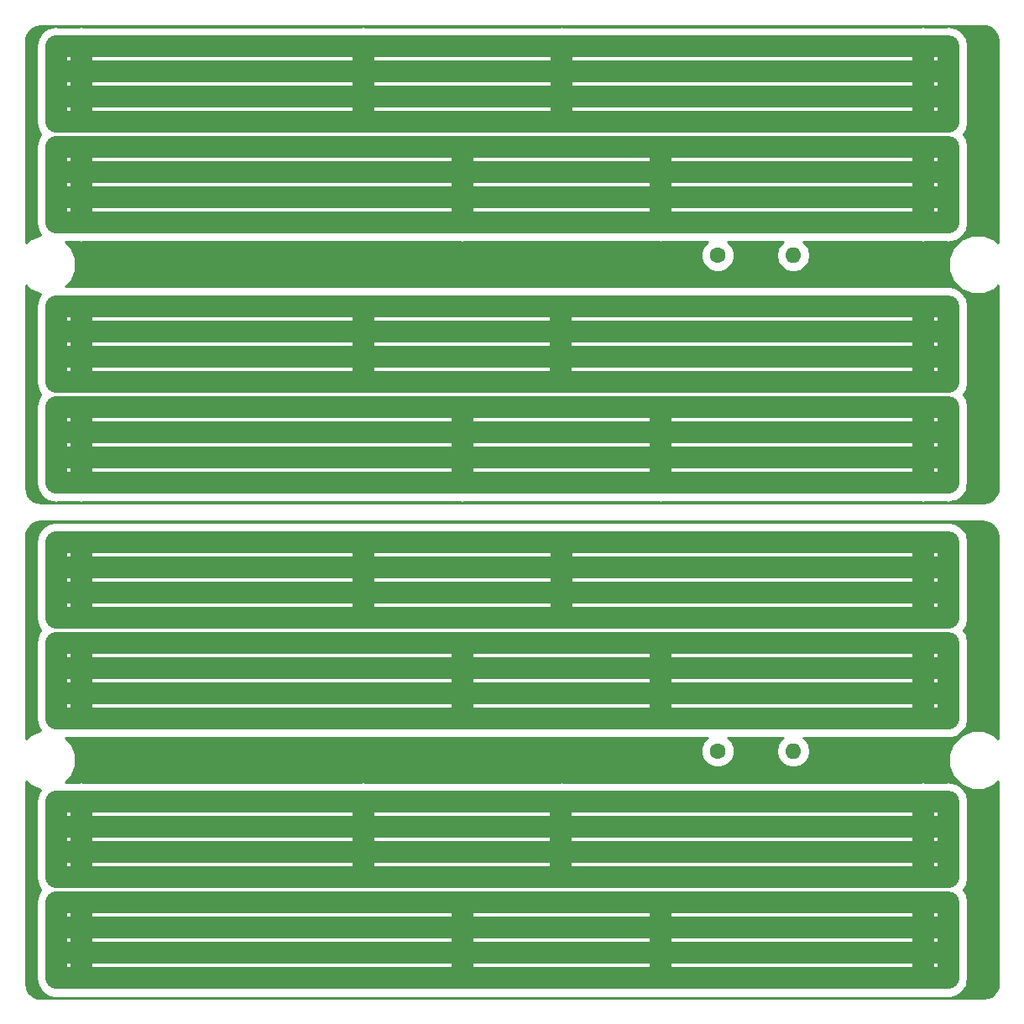
<source format=gbl>
G04 #@! TF.GenerationSoftware,KiCad,Pcbnew,(5.0.2)-1*
G04 #@! TF.CreationDate,2019-08-28T20:26:21+02:00*
G04 #@! TF.ProjectId,EleLab_v2_Bus100,456c654c-6162-45f7-9632-5f4275733130,rev?*
G04 #@! TF.SameCoordinates,Original*
G04 #@! TF.FileFunction,Copper,L2,Bot*
G04 #@! TF.FilePolarity,Positive*
%FSLAX46Y46*%
G04 Gerber Fmt 4.6, Leading zero omitted, Abs format (unit mm)*
G04 Created by KiCad (PCBNEW (5.0.2)-1) date 28/08/2019 20:26:21*
%MOMM*%
%LPD*%
G01*
G04 APERTURE LIST*
G04 #@! TA.AperFunction,ComponentPad*
%ADD10R,1.700000X1.700000*%
G04 #@! TD*
G04 #@! TA.AperFunction,ComponentPad*
%ADD11O,1.700000X1.700000*%
G04 #@! TD*
G04 #@! TA.AperFunction,ComponentPad*
%ADD12C,1.600000*%
G04 #@! TD*
G04 #@! TA.AperFunction,ComponentPad*
%ADD13O,1.600000X1.600000*%
G04 #@! TD*
G04 #@! TA.AperFunction,Conductor*
%ADD14C,2.200000*%
G04 #@! TD*
G04 #@! TA.AperFunction,NonConductor*
%ADD15C,0.254000*%
G04 #@! TD*
G04 APERTURE END LIST*
D10*
G04 #@! TO.P,J31,1*
G04 #@! TO.N,/GND*
X139000000Y-122460000D03*
G04 #@! TD*
G04 #@! TO.P,J34,1*
G04 #@! TO.N,/GND*
X159000000Y-119920000D03*
G04 #@! TD*
G04 #@! TO.P,J30,1*
G04 #@! TO.N,/GND*
X139000000Y-119920000D03*
G04 #@! TD*
G04 #@! TO.P,J32,1*
G04 #@! TO.N,/GND*
X139000000Y-125000000D03*
G04 #@! TD*
G04 #@! TO.P,J35,1*
G04 #@! TO.N,/GND*
X159000000Y-122460000D03*
G04 #@! TD*
G04 #@! TO.P,J33,1*
G04 #@! TO.N,/GND*
X159000000Y-117380000D03*
G04 #@! TD*
G04 #@! TO.P,J29,1*
G04 #@! TO.N,/GND*
X139000000Y-117380000D03*
G04 #@! TD*
G04 #@! TO.P,J36,1*
G04 #@! TO.N,/GND*
X159000000Y-125000000D03*
G04 #@! TD*
G04 #@! TO.P,J12,1*
G04 #@! TO.N,/+24V*
X149000000Y-88620000D03*
G04 #@! TD*
G04 #@! TO.P,J19,1*
G04 #@! TO.N,/+12V*
X159000000Y-96240000D03*
G04 #@! TD*
G04 #@! TO.P,J28,1*
G04 #@! TO.N,/+5V*
X149000000Y-114840000D03*
G04 #@! TD*
G04 #@! TO.P,J27,1*
G04 #@! TO.N,/+5V*
X149000000Y-112300000D03*
G04 #@! TD*
G04 #@! TO.P,J24,1*
G04 #@! TO.N,/+5V*
X129000000Y-114840000D03*
G04 #@! TD*
G04 #@! TO.P,J21,1*
G04 #@! TO.N,/+5V*
X129000000Y-107220000D03*
G04 #@! TD*
G04 #@! TO.P,J20,1*
G04 #@! TO.N,/+12V*
X159000000Y-98780000D03*
G04 #@! TD*
G04 #@! TO.P,J17,1*
G04 #@! TO.N,/+12V*
X159000000Y-91160000D03*
G04 #@! TD*
G04 #@! TO.P,J14,1*
G04 #@! TO.N,/+12V*
X139000000Y-93700000D03*
G04 #@! TD*
G04 #@! TO.P,J22,1*
G04 #@! TO.N,/+5V*
X129000000Y-109760000D03*
G04 #@! TD*
G04 #@! TO.P,J15,1*
G04 #@! TO.N,/+12V*
X139000000Y-96240000D03*
G04 #@! TD*
G04 #@! TO.P,J26,1*
G04 #@! TO.N,/+5V*
X149000000Y-109760000D03*
G04 #@! TD*
G04 #@! TO.P,J11,1*
G04 #@! TO.N,/+24V*
X149000000Y-86080000D03*
G04 #@! TD*
G04 #@! TO.P,J25,1*
G04 #@! TO.N,/+5V*
X149000000Y-107220000D03*
G04 #@! TD*
G04 #@! TO.P,J23,1*
G04 #@! TO.N,/+5V*
X129000000Y-112300000D03*
G04 #@! TD*
G04 #@! TO.P,J13,1*
G04 #@! TO.N,/+12V*
X139000000Y-91160000D03*
G04 #@! TD*
G04 #@! TO.P,J18,1*
G04 #@! TO.N,/+12V*
X159000000Y-93700000D03*
G04 #@! TD*
G04 #@! TO.P,J16,1*
G04 #@! TO.N,/+12V*
X139000000Y-98780000D03*
G04 #@! TD*
G04 #@! TO.P,J2,1*
G04 #@! TO.N,/GND*
X100540000Y-125000000D03*
D11*
G04 #@! TO.P,J2,2*
X98000000Y-125000000D03*
G04 #@! TO.P,J2,3*
X100540000Y-122460000D03*
G04 #@! TO.P,J2,4*
X98000000Y-122460000D03*
G04 #@! TO.P,J2,5*
X100540000Y-119920000D03*
G04 #@! TO.P,J2,6*
X98000000Y-119920000D03*
G04 #@! TO.P,J2,7*
X100540000Y-117380000D03*
G04 #@! TO.P,J2,8*
X98000000Y-117380000D03*
G04 #@! TO.P,J2,9*
G04 #@! TO.N,/+5V*
X100540000Y-114840000D03*
G04 #@! TO.P,J2,10*
X98000000Y-114840000D03*
G04 #@! TO.P,J2,11*
X100540000Y-112300000D03*
G04 #@! TO.P,J2,12*
X98000000Y-112300000D03*
G04 #@! TO.P,J2,13*
X100540000Y-109760000D03*
G04 #@! TO.P,J2,14*
X98000000Y-109760000D03*
G04 #@! TO.P,J2,15*
X100540000Y-107220000D03*
G04 #@! TO.P,J2,16*
X98000000Y-107220000D03*
G04 #@! TD*
G04 #@! TO.P,J3,16*
G04 #@! TO.N,/+24V*
X188000000Y-81000000D03*
G04 #@! TO.P,J3,15*
X185460000Y-81000000D03*
G04 #@! TO.P,J3,14*
X188000000Y-83540000D03*
G04 #@! TO.P,J3,13*
X185460000Y-83540000D03*
G04 #@! TO.P,J3,12*
X188000000Y-86080000D03*
G04 #@! TO.P,J3,11*
X185460000Y-86080000D03*
G04 #@! TO.P,J3,10*
X188000000Y-88620000D03*
G04 #@! TO.P,J3,9*
X185460000Y-88620000D03*
G04 #@! TO.P,J3,8*
G04 #@! TO.N,/+12V*
X188000000Y-91160000D03*
G04 #@! TO.P,J3,7*
X185460000Y-91160000D03*
G04 #@! TO.P,J3,6*
X188000000Y-93700000D03*
G04 #@! TO.P,J3,5*
X185460000Y-93700000D03*
G04 #@! TO.P,J3,4*
X188000000Y-96240000D03*
G04 #@! TO.P,J3,3*
X185460000Y-96240000D03*
G04 #@! TO.P,J3,2*
X188000000Y-98780000D03*
D10*
G04 #@! TO.P,J3,1*
X185460000Y-98780000D03*
G04 #@! TD*
G04 #@! TO.P,J5,1*
G04 #@! TO.N,/+24V*
X129000000Y-81000000D03*
G04 #@! TD*
D12*
G04 #@! TO.P,LO_1,2*
G04 #@! TO.N,N/C*
X164764600Y-102084800D03*
D13*
G04 #@! TO.P,LO_1,1*
X172384600Y-102084800D03*
G04 #@! TD*
D10*
G04 #@! TO.P,J1,1*
G04 #@! TO.N,/+12V*
X100540000Y-98780000D03*
D11*
G04 #@! TO.P,J1,2*
X98000000Y-98780000D03*
G04 #@! TO.P,J1,3*
X100540000Y-96240000D03*
G04 #@! TO.P,J1,4*
X98000000Y-96240000D03*
G04 #@! TO.P,J1,5*
X100540000Y-93700000D03*
G04 #@! TO.P,J1,6*
X98000000Y-93700000D03*
G04 #@! TO.P,J1,7*
X100540000Y-91160000D03*
G04 #@! TO.P,J1,8*
X98000000Y-91160000D03*
G04 #@! TO.P,J1,9*
G04 #@! TO.N,/+24V*
X100540000Y-88620000D03*
G04 #@! TO.P,J1,10*
X98000000Y-88620000D03*
G04 #@! TO.P,J1,11*
X100540000Y-86080000D03*
G04 #@! TO.P,J1,12*
X98000000Y-86080000D03*
G04 #@! TO.P,J1,13*
X100540000Y-83540000D03*
G04 #@! TO.P,J1,14*
X98000000Y-83540000D03*
G04 #@! TO.P,J1,15*
X100540000Y-81000000D03*
G04 #@! TO.P,J1,16*
X98000000Y-81000000D03*
G04 #@! TD*
G04 #@! TO.P,J4,16*
G04 #@! TO.N,/+5V*
X188000000Y-107220000D03*
G04 #@! TO.P,J4,15*
X185460000Y-107220000D03*
G04 #@! TO.P,J4,14*
X188000000Y-109760000D03*
G04 #@! TO.P,J4,13*
X185460000Y-109760000D03*
G04 #@! TO.P,J4,12*
X188000000Y-112300000D03*
G04 #@! TO.P,J4,11*
X185460000Y-112300000D03*
G04 #@! TO.P,J4,10*
X188000000Y-114840000D03*
G04 #@! TO.P,J4,9*
X185460000Y-114840000D03*
G04 #@! TO.P,J4,8*
G04 #@! TO.N,/GND*
X188000000Y-117380000D03*
G04 #@! TO.P,J4,7*
X185460000Y-117380000D03*
G04 #@! TO.P,J4,6*
X188000000Y-119920000D03*
G04 #@! TO.P,J4,5*
X185460000Y-119920000D03*
G04 #@! TO.P,J4,4*
X188000000Y-122460000D03*
G04 #@! TO.P,J4,3*
X185460000Y-122460000D03*
G04 #@! TO.P,J4,2*
X188000000Y-125000000D03*
D10*
G04 #@! TO.P,J4,1*
X185460000Y-125000000D03*
G04 #@! TD*
G04 #@! TO.P,J10,1*
G04 #@! TO.N,/+24V*
X149000000Y-83540000D03*
G04 #@! TD*
G04 #@! TO.P,J9,1*
G04 #@! TO.N,/+24V*
X149000000Y-81000000D03*
G04 #@! TD*
G04 #@! TO.P,J8,1*
G04 #@! TO.N,/+24V*
X129000000Y-88620000D03*
G04 #@! TD*
G04 #@! TO.P,J7,1*
G04 #@! TO.N,/+24V*
X129000000Y-86080000D03*
G04 #@! TD*
G04 #@! TO.P,J6,1*
G04 #@! TO.N,/+24V*
X129000000Y-83540000D03*
G04 #@! TD*
G04 #@! TO.P,J3,1*
G04 #@! TO.N,/+12V*
X185460000Y-48780000D03*
D11*
G04 #@! TO.P,J3,2*
X188000000Y-48780000D03*
G04 #@! TO.P,J3,3*
X185460000Y-46240000D03*
G04 #@! TO.P,J3,4*
X188000000Y-46240000D03*
G04 #@! TO.P,J3,5*
X185460000Y-43700000D03*
G04 #@! TO.P,J3,6*
X188000000Y-43700000D03*
G04 #@! TO.P,J3,7*
X185460000Y-41160000D03*
G04 #@! TO.P,J3,8*
X188000000Y-41160000D03*
G04 #@! TO.P,J3,9*
G04 #@! TO.N,/+24V*
X185460000Y-38620000D03*
G04 #@! TO.P,J3,10*
X188000000Y-38620000D03*
G04 #@! TO.P,J3,11*
X185460000Y-36080000D03*
G04 #@! TO.P,J3,12*
X188000000Y-36080000D03*
G04 #@! TO.P,J3,13*
X185460000Y-33540000D03*
G04 #@! TO.P,J3,14*
X188000000Y-33540000D03*
G04 #@! TO.P,J3,15*
X185460000Y-31000000D03*
G04 #@! TO.P,J3,16*
X188000000Y-31000000D03*
G04 #@! TD*
D10*
G04 #@! TO.P,J4,1*
G04 #@! TO.N,/GND*
X185460000Y-75000000D03*
D11*
G04 #@! TO.P,J4,2*
X188000000Y-75000000D03*
G04 #@! TO.P,J4,3*
X185460000Y-72460000D03*
G04 #@! TO.P,J4,4*
X188000000Y-72460000D03*
G04 #@! TO.P,J4,5*
X185460000Y-69920000D03*
G04 #@! TO.P,J4,6*
X188000000Y-69920000D03*
G04 #@! TO.P,J4,7*
X185460000Y-67380000D03*
G04 #@! TO.P,J4,8*
X188000000Y-67380000D03*
G04 #@! TO.P,J4,9*
G04 #@! TO.N,/+5V*
X185460000Y-64840000D03*
G04 #@! TO.P,J4,10*
X188000000Y-64840000D03*
G04 #@! TO.P,J4,11*
X185460000Y-62300000D03*
G04 #@! TO.P,J4,12*
X188000000Y-62300000D03*
G04 #@! TO.P,J4,13*
X185460000Y-59760000D03*
G04 #@! TO.P,J4,14*
X188000000Y-59760000D03*
G04 #@! TO.P,J4,15*
X185460000Y-57220000D03*
G04 #@! TO.P,J4,16*
X188000000Y-57220000D03*
G04 #@! TD*
G04 #@! TO.P,J1,16*
G04 #@! TO.N,/+24V*
X98000000Y-31000000D03*
G04 #@! TO.P,J1,15*
X100540000Y-31000000D03*
G04 #@! TO.P,J1,14*
X98000000Y-33540000D03*
G04 #@! TO.P,J1,13*
X100540000Y-33540000D03*
G04 #@! TO.P,J1,12*
X98000000Y-36080000D03*
G04 #@! TO.P,J1,11*
X100540000Y-36080000D03*
G04 #@! TO.P,J1,10*
X98000000Y-38620000D03*
G04 #@! TO.P,J1,9*
X100540000Y-38620000D03*
G04 #@! TO.P,J1,8*
G04 #@! TO.N,/+12V*
X98000000Y-41160000D03*
G04 #@! TO.P,J1,7*
X100540000Y-41160000D03*
G04 #@! TO.P,J1,6*
X98000000Y-43700000D03*
G04 #@! TO.P,J1,5*
X100540000Y-43700000D03*
G04 #@! TO.P,J1,4*
X98000000Y-46240000D03*
G04 #@! TO.P,J1,3*
X100540000Y-46240000D03*
G04 #@! TO.P,J1,2*
X98000000Y-48780000D03*
D10*
G04 #@! TO.P,J1,1*
X100540000Y-48780000D03*
G04 #@! TD*
D11*
G04 #@! TO.P,J2,16*
G04 #@! TO.N,/+5V*
X98000000Y-57220000D03*
G04 #@! TO.P,J2,15*
X100540000Y-57220000D03*
G04 #@! TO.P,J2,14*
X98000000Y-59760000D03*
G04 #@! TO.P,J2,13*
X100540000Y-59760000D03*
G04 #@! TO.P,J2,12*
X98000000Y-62300000D03*
G04 #@! TO.P,J2,11*
X100540000Y-62300000D03*
G04 #@! TO.P,J2,10*
X98000000Y-64840000D03*
G04 #@! TO.P,J2,9*
X100540000Y-64840000D03*
G04 #@! TO.P,J2,8*
G04 #@! TO.N,/GND*
X98000000Y-67380000D03*
G04 #@! TO.P,J2,7*
X100540000Y-67380000D03*
G04 #@! TO.P,J2,6*
X98000000Y-69920000D03*
G04 #@! TO.P,J2,5*
X100540000Y-69920000D03*
G04 #@! TO.P,J2,4*
X98000000Y-72460000D03*
G04 #@! TO.P,J2,3*
X100540000Y-72460000D03*
G04 #@! TO.P,J2,2*
X98000000Y-75000000D03*
D10*
G04 #@! TO.P,J2,1*
X100540000Y-75000000D03*
G04 #@! TD*
D13*
G04 #@! TO.P,LO_1,1*
G04 #@! TO.N,N/C*
X172384600Y-52084800D03*
D12*
G04 #@! TO.P,LO_1,2*
X164764600Y-52084800D03*
G04 #@! TD*
D10*
G04 #@! TO.P,J5,1*
G04 #@! TO.N,/+24V*
X129000000Y-31000000D03*
G04 #@! TD*
G04 #@! TO.P,J6,1*
G04 #@! TO.N,/+24V*
X129000000Y-33540000D03*
G04 #@! TD*
G04 #@! TO.P,J7,1*
G04 #@! TO.N,/+24V*
X129000000Y-36080000D03*
G04 #@! TD*
G04 #@! TO.P,J8,1*
G04 #@! TO.N,/+24V*
X129000000Y-38620000D03*
G04 #@! TD*
G04 #@! TO.P,J9,1*
G04 #@! TO.N,/+24V*
X149000000Y-31000000D03*
G04 #@! TD*
G04 #@! TO.P,J10,1*
G04 #@! TO.N,/+24V*
X149000000Y-33540000D03*
G04 #@! TD*
G04 #@! TO.P,J11,1*
G04 #@! TO.N,/+24V*
X149000000Y-36080000D03*
G04 #@! TD*
G04 #@! TO.P,J12,1*
G04 #@! TO.N,/+24V*
X149000000Y-38620000D03*
G04 #@! TD*
G04 #@! TO.P,J13,1*
G04 #@! TO.N,/+12V*
X139000000Y-41160000D03*
G04 #@! TD*
G04 #@! TO.P,J14,1*
G04 #@! TO.N,/+12V*
X139000000Y-43700000D03*
G04 #@! TD*
G04 #@! TO.P,J15,1*
G04 #@! TO.N,/+12V*
X139000000Y-46240000D03*
G04 #@! TD*
G04 #@! TO.P,J16,1*
G04 #@! TO.N,/+12V*
X139000000Y-48780000D03*
G04 #@! TD*
G04 #@! TO.P,J17,1*
G04 #@! TO.N,/+12V*
X159000000Y-41160000D03*
G04 #@! TD*
G04 #@! TO.P,J18,1*
G04 #@! TO.N,/+12V*
X159000000Y-43700000D03*
G04 #@! TD*
G04 #@! TO.P,J19,1*
G04 #@! TO.N,/+12V*
X159000000Y-46240000D03*
G04 #@! TD*
G04 #@! TO.P,J20,1*
G04 #@! TO.N,/+12V*
X159000000Y-48780000D03*
G04 #@! TD*
G04 #@! TO.P,J21,1*
G04 #@! TO.N,/+5V*
X129000000Y-57220000D03*
G04 #@! TD*
G04 #@! TO.P,J22,1*
G04 #@! TO.N,/+5V*
X129000000Y-59760000D03*
G04 #@! TD*
G04 #@! TO.P,J23,1*
G04 #@! TO.N,/+5V*
X129000000Y-62300000D03*
G04 #@! TD*
G04 #@! TO.P,J24,1*
G04 #@! TO.N,/+5V*
X129000000Y-64840000D03*
G04 #@! TD*
G04 #@! TO.P,J25,1*
G04 #@! TO.N,/+5V*
X149000000Y-57220000D03*
G04 #@! TD*
G04 #@! TO.P,J26,1*
G04 #@! TO.N,/+5V*
X149000000Y-59760000D03*
G04 #@! TD*
G04 #@! TO.P,J27,1*
G04 #@! TO.N,/+5V*
X149000000Y-62300000D03*
G04 #@! TD*
G04 #@! TO.P,J28,1*
G04 #@! TO.N,/+5V*
X149000000Y-64840000D03*
G04 #@! TD*
G04 #@! TO.P,J29,1*
G04 #@! TO.N,/GND*
X139000000Y-67380000D03*
G04 #@! TD*
G04 #@! TO.P,J30,1*
G04 #@! TO.N,/GND*
X139000000Y-69920000D03*
G04 #@! TD*
G04 #@! TO.P,J31,1*
G04 #@! TO.N,/GND*
X139000000Y-72460000D03*
G04 #@! TD*
G04 #@! TO.P,J32,1*
G04 #@! TO.N,/GND*
X139000000Y-75000000D03*
G04 #@! TD*
G04 #@! TO.P,J33,1*
G04 #@! TO.N,/GND*
X159000000Y-67380000D03*
G04 #@! TD*
G04 #@! TO.P,J34,1*
G04 #@! TO.N,/GND*
X159000000Y-69920000D03*
G04 #@! TD*
G04 #@! TO.P,J35,1*
G04 #@! TO.N,/GND*
X159000000Y-72460000D03*
G04 #@! TD*
G04 #@! TO.P,J36,1*
G04 #@! TO.N,/GND*
X159000000Y-75000000D03*
G04 #@! TD*
D14*
G04 #@! TO.N,/+24V*
X98000000Y-31000000D02*
X98000000Y-38620000D01*
X100540000Y-38620000D02*
X100540000Y-31000000D01*
X129000000Y-38620000D02*
X129000000Y-31000000D01*
X149000000Y-31000000D02*
X149000000Y-38620000D01*
X188000000Y-38620000D02*
X188000000Y-31000000D01*
X185460000Y-31000000D02*
X185460000Y-38620000D01*
X98000000Y-38620000D02*
X188000000Y-38620000D01*
X188000000Y-36080000D02*
X98000000Y-36080000D01*
X98000000Y-33540000D02*
X188000000Y-33540000D01*
X188000000Y-31000000D02*
X98000000Y-31000000D01*
X185460000Y-81000000D02*
X185460000Y-88620000D01*
X188000000Y-86080000D02*
X98000000Y-86080000D01*
X188000000Y-88620000D02*
X188000000Y-81000000D01*
X98000000Y-83540000D02*
X188000000Y-83540000D01*
X98000000Y-88620000D02*
X188000000Y-88620000D01*
X129000000Y-88620000D02*
X129000000Y-81000000D01*
X149000000Y-81000000D02*
X149000000Y-88620000D01*
X100540000Y-88620000D02*
X100540000Y-81000000D01*
X188000000Y-81000000D02*
X98000000Y-81000000D01*
X98000000Y-81000000D02*
X98000000Y-88620000D01*
G04 #@! TO.N,/+12V*
X100540000Y-41160000D02*
X100540000Y-48780000D01*
X98000000Y-48780000D02*
X98000000Y-41160000D01*
X139000000Y-41160000D02*
X139000000Y-48780000D01*
X159000000Y-41160000D02*
X159000000Y-48780000D01*
X185460000Y-48780000D02*
X185460000Y-41160000D01*
X188000000Y-41160000D02*
X188000000Y-48780000D01*
X98000000Y-48780000D02*
X188000000Y-48780000D01*
X100540000Y-46240000D02*
X98000000Y-46240000D01*
X188000000Y-46240000D02*
X100540000Y-46240000D01*
X98000000Y-43700000D02*
X188000000Y-43700000D01*
X188000000Y-41160000D02*
X98000000Y-41160000D01*
X98000000Y-98780000D02*
X98000000Y-91160000D01*
X185460000Y-98780000D02*
X185460000Y-91160000D01*
X98000000Y-98780000D02*
X188000000Y-98780000D01*
X188000000Y-91160000D02*
X188000000Y-98780000D01*
X188000000Y-96240000D02*
X100540000Y-96240000D01*
X98000000Y-93700000D02*
X188000000Y-93700000D01*
X159000000Y-91160000D02*
X159000000Y-98780000D01*
X100540000Y-96240000D02*
X98000000Y-96240000D01*
X188000000Y-91160000D02*
X98000000Y-91160000D01*
X100540000Y-91160000D02*
X100540000Y-98780000D01*
X139000000Y-91160000D02*
X139000000Y-98780000D01*
G04 #@! TO.N,/GND*
X188000000Y-67380000D02*
X188000000Y-75000000D01*
X185460000Y-75000000D02*
X185460000Y-67380000D01*
X159000000Y-67380000D02*
X159000000Y-75000000D01*
X139000000Y-75000000D02*
X139000000Y-67380000D01*
X98000000Y-67380000D02*
X98000000Y-75000000D01*
X100540000Y-75000000D02*
X100540000Y-67380000D01*
X98000000Y-75000000D02*
X188000000Y-75000000D01*
X188000000Y-72460000D02*
X98000000Y-72460000D01*
X185460000Y-69920000D02*
X188000000Y-69920000D01*
X98000000Y-69920000D02*
X185460000Y-69920000D01*
X188000000Y-67380000D02*
X98000000Y-67380000D01*
X188000000Y-117380000D02*
X188000000Y-125000000D01*
X185460000Y-125000000D02*
X185460000Y-117380000D01*
X100540000Y-125000000D02*
X100540000Y-117380000D01*
X98000000Y-117380000D02*
X98000000Y-125000000D01*
X185460000Y-119920000D02*
X188000000Y-119920000D01*
X188000000Y-117380000D02*
X98000000Y-117380000D01*
X139000000Y-125000000D02*
X139000000Y-117380000D01*
X159000000Y-117380000D02*
X159000000Y-125000000D01*
X98000000Y-125000000D02*
X188000000Y-125000000D01*
X188000000Y-122460000D02*
X98000000Y-122460000D01*
X98000000Y-119920000D02*
X185460000Y-119920000D01*
G04 #@! TO.N,/+5V*
X188000000Y-57220000D02*
X188000000Y-64840000D01*
X185460000Y-64840000D02*
X185460000Y-57220000D01*
X148940000Y-57280000D02*
X149000000Y-57220000D01*
X148940000Y-64840000D02*
X148940000Y-57280000D01*
X129000000Y-57220000D02*
X129000000Y-64840000D01*
X100540000Y-64840000D02*
X100540000Y-57220000D01*
X98000000Y-64840000D02*
X98000000Y-57220000D01*
X98000000Y-64840000D02*
X188000000Y-64840000D01*
X100540000Y-62300000D02*
X98000000Y-62300000D01*
X188000000Y-62300000D02*
X100540000Y-62300000D01*
X98000000Y-59760000D02*
X188000000Y-59760000D01*
X103080000Y-57220000D02*
X98000000Y-57220000D01*
X188000000Y-57220000D02*
X103080000Y-57220000D01*
X100540000Y-112300000D02*
X98000000Y-112300000D01*
X98000000Y-114840000D02*
X98000000Y-107220000D01*
X98000000Y-114840000D02*
X188000000Y-114840000D01*
X188000000Y-112300000D02*
X100540000Y-112300000D01*
X188000000Y-107220000D02*
X103080000Y-107220000D01*
X188000000Y-107220000D02*
X188000000Y-114840000D01*
X129000000Y-107220000D02*
X129000000Y-114840000D01*
X103080000Y-107220000D02*
X98000000Y-107220000D01*
X98000000Y-109760000D02*
X188000000Y-109760000D01*
X148940000Y-107280000D02*
X149000000Y-107220000D01*
X185460000Y-114840000D02*
X185460000Y-107220000D01*
X100540000Y-114840000D02*
X100540000Y-107220000D01*
X148940000Y-114840000D02*
X148940000Y-107280000D01*
G04 #@! TD*
D15*
G36*
X191883090Y-29007962D02*
X192242110Y-29150108D01*
X192554499Y-29377071D01*
X192800630Y-29674593D01*
X192965040Y-30023982D01*
X193045890Y-30447814D01*
X193048000Y-30514946D01*
X193048000Y-50837886D01*
X192686335Y-50476221D01*
X191592162Y-50023000D01*
X190407838Y-50023000D01*
X189313665Y-50476221D01*
X188476221Y-51313665D01*
X188023000Y-52407838D01*
X188023000Y-53592162D01*
X188476221Y-54686335D01*
X189313665Y-55523779D01*
X190407838Y-55977000D01*
X191592162Y-55977000D01*
X192686335Y-55523779D01*
X193048001Y-55162113D01*
X193048001Y-75440099D01*
X192992038Y-75883090D01*
X192849893Y-76242109D01*
X192622930Y-76554497D01*
X192325407Y-76800630D01*
X191976018Y-76965040D01*
X191552186Y-77045890D01*
X191485054Y-77048000D01*
X96559893Y-77048000D01*
X96116910Y-76992038D01*
X95757891Y-76849893D01*
X95445503Y-76622930D01*
X95199370Y-76325407D01*
X95034960Y-75976018D01*
X94954110Y-75552186D01*
X94952000Y-75485054D01*
X94952000Y-55162114D01*
X95313665Y-55523779D01*
X96407838Y-55977000D01*
X96452829Y-55977000D01*
X96137707Y-56448613D01*
X95984269Y-57220000D01*
X96023001Y-57414719D01*
X96023001Y-59565282D01*
X95984269Y-59760000D01*
X96023001Y-59954718D01*
X96023000Y-62105284D01*
X95984269Y-62300000D01*
X96023000Y-62494716D01*
X96023000Y-64645285D01*
X95984269Y-64840000D01*
X96137707Y-65611387D01*
X96470870Y-66110000D01*
X96137707Y-66608613D01*
X95984269Y-67380000D01*
X96023000Y-67574715D01*
X96023000Y-69725284D01*
X95984269Y-69920000D01*
X96023000Y-70114716D01*
X96023001Y-72265282D01*
X95984269Y-72460000D01*
X96023001Y-72654718D01*
X96023001Y-74805281D01*
X95984269Y-75000000D01*
X96137707Y-75771387D01*
X96574663Y-76425337D01*
X97228613Y-76862293D01*
X97805286Y-76977000D01*
X98000000Y-77015731D01*
X98194714Y-76977000D01*
X100345286Y-76977000D01*
X100540000Y-77015731D01*
X100734714Y-76977000D01*
X138805286Y-76977000D01*
X139000000Y-77015731D01*
X139194714Y-76977000D01*
X158805286Y-76977000D01*
X159000000Y-77015731D01*
X159194714Y-76977000D01*
X185265286Y-76977000D01*
X185460000Y-77015731D01*
X185654714Y-76977000D01*
X187805286Y-76977000D01*
X188000000Y-77015731D01*
X188194714Y-76977000D01*
X188478343Y-76920583D01*
X188771387Y-76862293D01*
X189425337Y-76425337D01*
X189862293Y-75771387D01*
X189938514Y-75388196D01*
X190015731Y-75000000D01*
X189977000Y-74805286D01*
X189977000Y-72654714D01*
X190015731Y-72460000D01*
X189977000Y-72265286D01*
X189977000Y-70114714D01*
X190015731Y-69920000D01*
X189977000Y-69725286D01*
X189977000Y-67574714D01*
X190015731Y-67380000D01*
X189862293Y-66608613D01*
X189529130Y-66110000D01*
X189862293Y-65611387D01*
X190015731Y-64840000D01*
X189977000Y-64645286D01*
X189977000Y-62494714D01*
X190015731Y-62300000D01*
X189977000Y-62105286D01*
X189977000Y-59954714D01*
X190015731Y-59760000D01*
X189977000Y-59565286D01*
X189977000Y-57414714D01*
X190015731Y-57220000D01*
X189862293Y-56448613D01*
X189425337Y-55794663D01*
X188771387Y-55357707D01*
X188194714Y-55243000D01*
X188000000Y-55204269D01*
X187805286Y-55243000D01*
X185654714Y-55243000D01*
X185460000Y-55204269D01*
X185265286Y-55243000D01*
X149194714Y-55243000D01*
X149000000Y-55204269D01*
X148805286Y-55243000D01*
X129194714Y-55243000D01*
X129000000Y-55204269D01*
X128805286Y-55243000D01*
X100734714Y-55243000D01*
X100540000Y-55204269D01*
X100345286Y-55243000D01*
X98967114Y-55243000D01*
X99523779Y-54686335D01*
X99977000Y-53592162D01*
X99977000Y-52407838D01*
X99523779Y-51313665D01*
X98967114Y-50757000D01*
X100345286Y-50757000D01*
X100540000Y-50795731D01*
X100734714Y-50757000D01*
X138805286Y-50757000D01*
X139000000Y-50795731D01*
X139194714Y-50757000D01*
X158805286Y-50757000D01*
X159000000Y-50795731D01*
X159194714Y-50757000D01*
X163720764Y-50757000D01*
X163342908Y-51134856D01*
X163087600Y-51751224D01*
X163087600Y-52418376D01*
X163342908Y-53034744D01*
X163814656Y-53506492D01*
X164431024Y-53761800D01*
X165098176Y-53761800D01*
X165714544Y-53506492D01*
X166186292Y-53034744D01*
X166441600Y-52418376D01*
X166441600Y-51751224D01*
X166186292Y-51134856D01*
X165808436Y-50757000D01*
X171353274Y-50757000D01*
X171175551Y-50875751D01*
X170804901Y-51430467D01*
X170674746Y-52084800D01*
X170804901Y-52739133D01*
X171175551Y-53293849D01*
X171730267Y-53664499D01*
X172219432Y-53761800D01*
X172549768Y-53761800D01*
X173038933Y-53664499D01*
X173593649Y-53293849D01*
X173964299Y-52739133D01*
X174094454Y-52084800D01*
X173964299Y-51430467D01*
X173593649Y-50875751D01*
X173415926Y-50757000D01*
X185265286Y-50757000D01*
X185460000Y-50795731D01*
X185654714Y-50757000D01*
X187805286Y-50757000D01*
X188000000Y-50795731D01*
X188194714Y-50757000D01*
X188771387Y-50642293D01*
X189425337Y-50205337D01*
X189862293Y-49551387D01*
X190015731Y-48780000D01*
X189977000Y-48585286D01*
X189977000Y-46434714D01*
X190015731Y-46240000D01*
X189977000Y-46045286D01*
X189977000Y-43894714D01*
X190015731Y-43700000D01*
X189977000Y-43505286D01*
X189977000Y-41354714D01*
X190015731Y-41160000D01*
X189862293Y-40388613D01*
X189529130Y-39890000D01*
X189862293Y-39391387D01*
X190015731Y-38620000D01*
X189977000Y-38425286D01*
X189977000Y-36274714D01*
X190015731Y-36080000D01*
X189977000Y-35885286D01*
X189977000Y-33734714D01*
X190015731Y-33540000D01*
X189977000Y-33345286D01*
X189977000Y-31194714D01*
X190015731Y-31000000D01*
X189862293Y-30228613D01*
X189425337Y-29574663D01*
X188771387Y-29137707D01*
X188685535Y-29120630D01*
X188000000Y-28984269D01*
X187805286Y-29023000D01*
X185654714Y-29023000D01*
X185460000Y-28984269D01*
X185265286Y-29023000D01*
X149194714Y-29023000D01*
X149000000Y-28984269D01*
X148805286Y-29023000D01*
X129194714Y-29023000D01*
X129000000Y-28984269D01*
X128805286Y-29023000D01*
X100734714Y-29023000D01*
X100540000Y-28984269D01*
X100345286Y-29023000D01*
X98194714Y-29023000D01*
X98000000Y-28984269D01*
X97314465Y-29120630D01*
X97228613Y-29137707D01*
X96574663Y-29574663D01*
X96137707Y-30228613D01*
X95984269Y-31000000D01*
X96023000Y-31194715D01*
X96023000Y-33345284D01*
X95984269Y-33540000D01*
X96023000Y-33734716D01*
X96023001Y-35885282D01*
X95984269Y-36080000D01*
X96023001Y-36274718D01*
X96023001Y-38425281D01*
X95984269Y-38620000D01*
X96137707Y-39391387D01*
X96470870Y-39890000D01*
X96137707Y-40388613D01*
X95984269Y-41160000D01*
X96023001Y-41354719D01*
X96023001Y-43505282D01*
X95984269Y-43700000D01*
X96023001Y-43894718D01*
X96023000Y-46045284D01*
X95984269Y-46240000D01*
X96023000Y-46434716D01*
X96023000Y-48585285D01*
X95984269Y-48780000D01*
X96137707Y-49551387D01*
X96452829Y-50023000D01*
X96407838Y-50023000D01*
X95313665Y-50476221D01*
X94952000Y-50837886D01*
X94952000Y-30559893D01*
X95007962Y-30116910D01*
X95150108Y-29757890D01*
X95377071Y-29445501D01*
X95674593Y-29199370D01*
X96023982Y-29034960D01*
X96447814Y-28954110D01*
X96514946Y-28952000D01*
X191440107Y-28952000D01*
X191883090Y-29007962D01*
X191883090Y-29007962D01*
G37*
X191883090Y-29007962D02*
X192242110Y-29150108D01*
X192554499Y-29377071D01*
X192800630Y-29674593D01*
X192965040Y-30023982D01*
X193045890Y-30447814D01*
X193048000Y-30514946D01*
X193048000Y-50837886D01*
X192686335Y-50476221D01*
X191592162Y-50023000D01*
X190407838Y-50023000D01*
X189313665Y-50476221D01*
X188476221Y-51313665D01*
X188023000Y-52407838D01*
X188023000Y-53592162D01*
X188476221Y-54686335D01*
X189313665Y-55523779D01*
X190407838Y-55977000D01*
X191592162Y-55977000D01*
X192686335Y-55523779D01*
X193048001Y-55162113D01*
X193048001Y-75440099D01*
X192992038Y-75883090D01*
X192849893Y-76242109D01*
X192622930Y-76554497D01*
X192325407Y-76800630D01*
X191976018Y-76965040D01*
X191552186Y-77045890D01*
X191485054Y-77048000D01*
X96559893Y-77048000D01*
X96116910Y-76992038D01*
X95757891Y-76849893D01*
X95445503Y-76622930D01*
X95199370Y-76325407D01*
X95034960Y-75976018D01*
X94954110Y-75552186D01*
X94952000Y-75485054D01*
X94952000Y-55162114D01*
X95313665Y-55523779D01*
X96407838Y-55977000D01*
X96452829Y-55977000D01*
X96137707Y-56448613D01*
X95984269Y-57220000D01*
X96023001Y-57414719D01*
X96023001Y-59565282D01*
X95984269Y-59760000D01*
X96023001Y-59954718D01*
X96023000Y-62105284D01*
X95984269Y-62300000D01*
X96023000Y-62494716D01*
X96023000Y-64645285D01*
X95984269Y-64840000D01*
X96137707Y-65611387D01*
X96470870Y-66110000D01*
X96137707Y-66608613D01*
X95984269Y-67380000D01*
X96023000Y-67574715D01*
X96023000Y-69725284D01*
X95984269Y-69920000D01*
X96023000Y-70114716D01*
X96023001Y-72265282D01*
X95984269Y-72460000D01*
X96023001Y-72654718D01*
X96023001Y-74805281D01*
X95984269Y-75000000D01*
X96137707Y-75771387D01*
X96574663Y-76425337D01*
X97228613Y-76862293D01*
X97805286Y-76977000D01*
X98000000Y-77015731D01*
X98194714Y-76977000D01*
X100345286Y-76977000D01*
X100540000Y-77015731D01*
X100734714Y-76977000D01*
X138805286Y-76977000D01*
X139000000Y-77015731D01*
X139194714Y-76977000D01*
X158805286Y-76977000D01*
X159000000Y-77015731D01*
X159194714Y-76977000D01*
X185265286Y-76977000D01*
X185460000Y-77015731D01*
X185654714Y-76977000D01*
X187805286Y-76977000D01*
X188000000Y-77015731D01*
X188194714Y-76977000D01*
X188478343Y-76920583D01*
X188771387Y-76862293D01*
X189425337Y-76425337D01*
X189862293Y-75771387D01*
X189938514Y-75388196D01*
X190015731Y-75000000D01*
X189977000Y-74805286D01*
X189977000Y-72654714D01*
X190015731Y-72460000D01*
X189977000Y-72265286D01*
X189977000Y-70114714D01*
X190015731Y-69920000D01*
X189977000Y-69725286D01*
X189977000Y-67574714D01*
X190015731Y-67380000D01*
X189862293Y-66608613D01*
X189529130Y-66110000D01*
X189862293Y-65611387D01*
X190015731Y-64840000D01*
X189977000Y-64645286D01*
X189977000Y-62494714D01*
X190015731Y-62300000D01*
X189977000Y-62105286D01*
X189977000Y-59954714D01*
X190015731Y-59760000D01*
X189977000Y-59565286D01*
X189977000Y-57414714D01*
X190015731Y-57220000D01*
X189862293Y-56448613D01*
X189425337Y-55794663D01*
X188771387Y-55357707D01*
X188194714Y-55243000D01*
X188000000Y-55204269D01*
X187805286Y-55243000D01*
X185654714Y-55243000D01*
X185460000Y-55204269D01*
X185265286Y-55243000D01*
X149194714Y-55243000D01*
X149000000Y-55204269D01*
X148805286Y-55243000D01*
X129194714Y-55243000D01*
X129000000Y-55204269D01*
X128805286Y-55243000D01*
X100734714Y-55243000D01*
X100540000Y-55204269D01*
X100345286Y-55243000D01*
X98967114Y-55243000D01*
X99523779Y-54686335D01*
X99977000Y-53592162D01*
X99977000Y-52407838D01*
X99523779Y-51313665D01*
X98967114Y-50757000D01*
X100345286Y-50757000D01*
X100540000Y-50795731D01*
X100734714Y-50757000D01*
X138805286Y-50757000D01*
X139000000Y-50795731D01*
X139194714Y-50757000D01*
X158805286Y-50757000D01*
X159000000Y-50795731D01*
X159194714Y-50757000D01*
X163720764Y-50757000D01*
X163342908Y-51134856D01*
X163087600Y-51751224D01*
X163087600Y-52418376D01*
X163342908Y-53034744D01*
X163814656Y-53506492D01*
X164431024Y-53761800D01*
X165098176Y-53761800D01*
X165714544Y-53506492D01*
X166186292Y-53034744D01*
X166441600Y-52418376D01*
X166441600Y-51751224D01*
X166186292Y-51134856D01*
X165808436Y-50757000D01*
X171353274Y-50757000D01*
X171175551Y-50875751D01*
X170804901Y-51430467D01*
X170674746Y-52084800D01*
X170804901Y-52739133D01*
X171175551Y-53293849D01*
X171730267Y-53664499D01*
X172219432Y-53761800D01*
X172549768Y-53761800D01*
X173038933Y-53664499D01*
X173593649Y-53293849D01*
X173964299Y-52739133D01*
X174094454Y-52084800D01*
X173964299Y-51430467D01*
X173593649Y-50875751D01*
X173415926Y-50757000D01*
X185265286Y-50757000D01*
X185460000Y-50795731D01*
X185654714Y-50757000D01*
X187805286Y-50757000D01*
X188000000Y-50795731D01*
X188194714Y-50757000D01*
X188771387Y-50642293D01*
X189425337Y-50205337D01*
X189862293Y-49551387D01*
X190015731Y-48780000D01*
X189977000Y-48585286D01*
X189977000Y-46434714D01*
X190015731Y-46240000D01*
X189977000Y-46045286D01*
X189977000Y-43894714D01*
X190015731Y-43700000D01*
X189977000Y-43505286D01*
X189977000Y-41354714D01*
X190015731Y-41160000D01*
X189862293Y-40388613D01*
X189529130Y-39890000D01*
X189862293Y-39391387D01*
X190015731Y-38620000D01*
X189977000Y-38425286D01*
X189977000Y-36274714D01*
X190015731Y-36080000D01*
X189977000Y-35885286D01*
X189977000Y-33734714D01*
X190015731Y-33540000D01*
X189977000Y-33345286D01*
X189977000Y-31194714D01*
X190015731Y-31000000D01*
X189862293Y-30228613D01*
X189425337Y-29574663D01*
X188771387Y-29137707D01*
X188685535Y-29120630D01*
X188000000Y-28984269D01*
X187805286Y-29023000D01*
X185654714Y-29023000D01*
X185460000Y-28984269D01*
X185265286Y-29023000D01*
X149194714Y-29023000D01*
X149000000Y-28984269D01*
X148805286Y-29023000D01*
X129194714Y-29023000D01*
X129000000Y-28984269D01*
X128805286Y-29023000D01*
X100734714Y-29023000D01*
X100540000Y-28984269D01*
X100345286Y-29023000D01*
X98194714Y-29023000D01*
X98000000Y-28984269D01*
X97314465Y-29120630D01*
X97228613Y-29137707D01*
X96574663Y-29574663D01*
X96137707Y-30228613D01*
X95984269Y-31000000D01*
X96023000Y-31194715D01*
X96023000Y-33345284D01*
X95984269Y-33540000D01*
X96023000Y-33734716D01*
X96023001Y-35885282D01*
X95984269Y-36080000D01*
X96023001Y-36274718D01*
X96023001Y-38425281D01*
X95984269Y-38620000D01*
X96137707Y-39391387D01*
X96470870Y-39890000D01*
X96137707Y-40388613D01*
X95984269Y-41160000D01*
X96023001Y-41354719D01*
X96023001Y-43505282D01*
X95984269Y-43700000D01*
X96023001Y-43894718D01*
X96023000Y-46045284D01*
X95984269Y-46240000D01*
X96023000Y-46434716D01*
X96023000Y-48585285D01*
X95984269Y-48780000D01*
X96137707Y-49551387D01*
X96452829Y-50023000D01*
X96407838Y-50023000D01*
X95313665Y-50476221D01*
X94952000Y-50837886D01*
X94952000Y-30559893D01*
X95007962Y-30116910D01*
X95150108Y-29757890D01*
X95377071Y-29445501D01*
X95674593Y-29199370D01*
X96023982Y-29034960D01*
X96447814Y-28954110D01*
X96514946Y-28952000D01*
X191440107Y-28952000D01*
X191883090Y-29007962D01*
G36*
X191883090Y-79007962D02*
X192242110Y-79150108D01*
X192554499Y-79377071D01*
X192800630Y-79674593D01*
X192965040Y-80023982D01*
X193045890Y-80447814D01*
X193048000Y-80514946D01*
X193048000Y-100837886D01*
X192686335Y-100476221D01*
X191592162Y-100023000D01*
X190407838Y-100023000D01*
X189313665Y-100476221D01*
X188476221Y-101313665D01*
X188023000Y-102407838D01*
X188023000Y-103592162D01*
X188476221Y-104686335D01*
X189313665Y-105523779D01*
X190407838Y-105977000D01*
X191592162Y-105977000D01*
X192686335Y-105523779D01*
X193048001Y-105162113D01*
X193048001Y-125440099D01*
X192992038Y-125883090D01*
X192849893Y-126242109D01*
X192622930Y-126554497D01*
X192325407Y-126800630D01*
X191976018Y-126965040D01*
X191552186Y-127045890D01*
X191485054Y-127048000D01*
X96559893Y-127048000D01*
X96116910Y-126992038D01*
X95757891Y-126849893D01*
X95445503Y-126622930D01*
X95199370Y-126325407D01*
X95034960Y-125976018D01*
X94954110Y-125552186D01*
X94952000Y-125485054D01*
X94952000Y-105162114D01*
X95313665Y-105523779D01*
X96407838Y-105977000D01*
X96452829Y-105977000D01*
X96137707Y-106448613D01*
X95984269Y-107220000D01*
X96023001Y-107414719D01*
X96023001Y-109565282D01*
X95984269Y-109760000D01*
X96023001Y-109954718D01*
X96023000Y-112105284D01*
X95984269Y-112300000D01*
X96023000Y-112494716D01*
X96023000Y-114645285D01*
X95984269Y-114840000D01*
X96137707Y-115611387D01*
X96470870Y-116110000D01*
X96137707Y-116608613D01*
X95984269Y-117380000D01*
X96023000Y-117574715D01*
X96023000Y-119725284D01*
X95984269Y-119920000D01*
X96023000Y-120114716D01*
X96023001Y-122265282D01*
X95984269Y-122460000D01*
X96023001Y-122654718D01*
X96023001Y-124805281D01*
X95984269Y-125000000D01*
X96137707Y-125771387D01*
X96574663Y-126425337D01*
X97228613Y-126862293D01*
X97805286Y-126977000D01*
X98000000Y-127015731D01*
X98194714Y-126977000D01*
X100345286Y-126977000D01*
X100540000Y-127015731D01*
X100734714Y-126977000D01*
X138805286Y-126977000D01*
X139000000Y-127015731D01*
X139194714Y-126977000D01*
X158805286Y-126977000D01*
X159000000Y-127015731D01*
X159194714Y-126977000D01*
X185265286Y-126977000D01*
X185460000Y-127015731D01*
X185654714Y-126977000D01*
X187805286Y-126977000D01*
X188000000Y-127015731D01*
X188194714Y-126977000D01*
X188478343Y-126920583D01*
X188771387Y-126862293D01*
X189425337Y-126425337D01*
X189862293Y-125771387D01*
X189938514Y-125388196D01*
X190015731Y-125000000D01*
X189977000Y-124805286D01*
X189977000Y-122654714D01*
X190015731Y-122460000D01*
X189977000Y-122265286D01*
X189977000Y-120114714D01*
X190015731Y-119920000D01*
X189977000Y-119725286D01*
X189977000Y-117574714D01*
X190015731Y-117380000D01*
X189862293Y-116608613D01*
X189529130Y-116110000D01*
X189862293Y-115611387D01*
X190015731Y-114840000D01*
X189977000Y-114645286D01*
X189977000Y-112494714D01*
X190015731Y-112300000D01*
X189977000Y-112105286D01*
X189977000Y-109954714D01*
X190015731Y-109760000D01*
X189977000Y-109565286D01*
X189977000Y-107414714D01*
X190015731Y-107220000D01*
X189862293Y-106448613D01*
X189425337Y-105794663D01*
X188771387Y-105357707D01*
X188194714Y-105243000D01*
X188000000Y-105204269D01*
X187805286Y-105243000D01*
X185654714Y-105243000D01*
X185460000Y-105204269D01*
X185265286Y-105243000D01*
X149194714Y-105243000D01*
X149000000Y-105204269D01*
X148805286Y-105243000D01*
X129194714Y-105243000D01*
X129000000Y-105204269D01*
X128805286Y-105243000D01*
X100734714Y-105243000D01*
X100540000Y-105204269D01*
X100345286Y-105243000D01*
X98967114Y-105243000D01*
X99523779Y-104686335D01*
X99977000Y-103592162D01*
X99977000Y-102407838D01*
X99523779Y-101313665D01*
X98967114Y-100757000D01*
X100345286Y-100757000D01*
X100540000Y-100795731D01*
X100734714Y-100757000D01*
X138805286Y-100757000D01*
X139000000Y-100795731D01*
X139194714Y-100757000D01*
X158805286Y-100757000D01*
X159000000Y-100795731D01*
X159194714Y-100757000D01*
X163720764Y-100757000D01*
X163342908Y-101134856D01*
X163087600Y-101751224D01*
X163087600Y-102418376D01*
X163342908Y-103034744D01*
X163814656Y-103506492D01*
X164431024Y-103761800D01*
X165098176Y-103761800D01*
X165714544Y-103506492D01*
X166186292Y-103034744D01*
X166441600Y-102418376D01*
X166441600Y-101751224D01*
X166186292Y-101134856D01*
X165808436Y-100757000D01*
X171353274Y-100757000D01*
X171175551Y-100875751D01*
X170804901Y-101430467D01*
X170674746Y-102084800D01*
X170804901Y-102739133D01*
X171175551Y-103293849D01*
X171730267Y-103664499D01*
X172219432Y-103761800D01*
X172549768Y-103761800D01*
X173038933Y-103664499D01*
X173593649Y-103293849D01*
X173964299Y-102739133D01*
X174094454Y-102084800D01*
X173964299Y-101430467D01*
X173593649Y-100875751D01*
X173415926Y-100757000D01*
X185265286Y-100757000D01*
X185460000Y-100795731D01*
X185654714Y-100757000D01*
X187805286Y-100757000D01*
X188000000Y-100795731D01*
X188194714Y-100757000D01*
X188771387Y-100642293D01*
X189425337Y-100205337D01*
X189862293Y-99551387D01*
X190015731Y-98780000D01*
X189977000Y-98585286D01*
X189977000Y-96434714D01*
X190015731Y-96240000D01*
X189977000Y-96045286D01*
X189977000Y-93894714D01*
X190015731Y-93700000D01*
X189977000Y-93505286D01*
X189977000Y-91354714D01*
X190015731Y-91160000D01*
X189862293Y-90388613D01*
X189529130Y-89890000D01*
X189862293Y-89391387D01*
X190015731Y-88620000D01*
X189977000Y-88425286D01*
X189977000Y-86274714D01*
X190015731Y-86080000D01*
X189977000Y-85885286D01*
X189977000Y-83734714D01*
X190015731Y-83540000D01*
X189977000Y-83345286D01*
X189977000Y-81194714D01*
X190015731Y-81000000D01*
X189862293Y-80228613D01*
X189425337Y-79574663D01*
X188771387Y-79137707D01*
X188685535Y-79120630D01*
X188000000Y-78984269D01*
X187805286Y-79023000D01*
X185654714Y-79023000D01*
X185460000Y-78984269D01*
X185265286Y-79023000D01*
X149194714Y-79023000D01*
X149000000Y-78984269D01*
X148805286Y-79023000D01*
X129194714Y-79023000D01*
X129000000Y-78984269D01*
X128805286Y-79023000D01*
X100734714Y-79023000D01*
X100540000Y-78984269D01*
X100345286Y-79023000D01*
X98194714Y-79023000D01*
X98000000Y-78984269D01*
X97314465Y-79120630D01*
X97228613Y-79137707D01*
X96574663Y-79574663D01*
X96137707Y-80228613D01*
X95984269Y-81000000D01*
X96023000Y-81194715D01*
X96023000Y-83345284D01*
X95984269Y-83540000D01*
X96023000Y-83734716D01*
X96023001Y-85885282D01*
X95984269Y-86080000D01*
X96023001Y-86274718D01*
X96023001Y-88425281D01*
X95984269Y-88620000D01*
X96137707Y-89391387D01*
X96470870Y-89890000D01*
X96137707Y-90388613D01*
X95984269Y-91160000D01*
X96023001Y-91354719D01*
X96023001Y-93505282D01*
X95984269Y-93700000D01*
X96023001Y-93894718D01*
X96023000Y-96045284D01*
X95984269Y-96240000D01*
X96023000Y-96434716D01*
X96023000Y-98585285D01*
X95984269Y-98780000D01*
X96137707Y-99551387D01*
X96452829Y-100023000D01*
X96407838Y-100023000D01*
X95313665Y-100476221D01*
X94952000Y-100837886D01*
X94952000Y-80559893D01*
X95007962Y-80116910D01*
X95150108Y-79757890D01*
X95377071Y-79445501D01*
X95674593Y-79199370D01*
X96023982Y-79034960D01*
X96447814Y-78954110D01*
X96514946Y-78952000D01*
X191440107Y-78952000D01*
X191883090Y-79007962D01*
X191883090Y-79007962D01*
G37*
X191883090Y-79007962D02*
X192242110Y-79150108D01*
X192554499Y-79377071D01*
X192800630Y-79674593D01*
X192965040Y-80023982D01*
X193045890Y-80447814D01*
X193048000Y-80514946D01*
X193048000Y-100837886D01*
X192686335Y-100476221D01*
X191592162Y-100023000D01*
X190407838Y-100023000D01*
X189313665Y-100476221D01*
X188476221Y-101313665D01*
X188023000Y-102407838D01*
X188023000Y-103592162D01*
X188476221Y-104686335D01*
X189313665Y-105523779D01*
X190407838Y-105977000D01*
X191592162Y-105977000D01*
X192686335Y-105523779D01*
X193048001Y-105162113D01*
X193048001Y-125440099D01*
X192992038Y-125883090D01*
X192849893Y-126242109D01*
X192622930Y-126554497D01*
X192325407Y-126800630D01*
X191976018Y-126965040D01*
X191552186Y-127045890D01*
X191485054Y-127048000D01*
X96559893Y-127048000D01*
X96116910Y-126992038D01*
X95757891Y-126849893D01*
X95445503Y-126622930D01*
X95199370Y-126325407D01*
X95034960Y-125976018D01*
X94954110Y-125552186D01*
X94952000Y-125485054D01*
X94952000Y-105162114D01*
X95313665Y-105523779D01*
X96407838Y-105977000D01*
X96452829Y-105977000D01*
X96137707Y-106448613D01*
X95984269Y-107220000D01*
X96023001Y-107414719D01*
X96023001Y-109565282D01*
X95984269Y-109760000D01*
X96023001Y-109954718D01*
X96023000Y-112105284D01*
X95984269Y-112300000D01*
X96023000Y-112494716D01*
X96023000Y-114645285D01*
X95984269Y-114840000D01*
X96137707Y-115611387D01*
X96470870Y-116110000D01*
X96137707Y-116608613D01*
X95984269Y-117380000D01*
X96023000Y-117574715D01*
X96023000Y-119725284D01*
X95984269Y-119920000D01*
X96023000Y-120114716D01*
X96023001Y-122265282D01*
X95984269Y-122460000D01*
X96023001Y-122654718D01*
X96023001Y-124805281D01*
X95984269Y-125000000D01*
X96137707Y-125771387D01*
X96574663Y-126425337D01*
X97228613Y-126862293D01*
X97805286Y-126977000D01*
X98000000Y-127015731D01*
X98194714Y-126977000D01*
X100345286Y-126977000D01*
X100540000Y-127015731D01*
X100734714Y-126977000D01*
X138805286Y-126977000D01*
X139000000Y-127015731D01*
X139194714Y-126977000D01*
X158805286Y-126977000D01*
X159000000Y-127015731D01*
X159194714Y-126977000D01*
X185265286Y-126977000D01*
X185460000Y-127015731D01*
X185654714Y-126977000D01*
X187805286Y-126977000D01*
X188000000Y-127015731D01*
X188194714Y-126977000D01*
X188478343Y-126920583D01*
X188771387Y-126862293D01*
X189425337Y-126425337D01*
X189862293Y-125771387D01*
X189938514Y-125388196D01*
X190015731Y-125000000D01*
X189977000Y-124805286D01*
X189977000Y-122654714D01*
X190015731Y-122460000D01*
X189977000Y-122265286D01*
X189977000Y-120114714D01*
X190015731Y-119920000D01*
X189977000Y-119725286D01*
X189977000Y-117574714D01*
X190015731Y-117380000D01*
X189862293Y-116608613D01*
X189529130Y-116110000D01*
X189862293Y-115611387D01*
X190015731Y-114840000D01*
X189977000Y-114645286D01*
X189977000Y-112494714D01*
X190015731Y-112300000D01*
X189977000Y-112105286D01*
X189977000Y-109954714D01*
X190015731Y-109760000D01*
X189977000Y-109565286D01*
X189977000Y-107414714D01*
X190015731Y-107220000D01*
X189862293Y-106448613D01*
X189425337Y-105794663D01*
X188771387Y-105357707D01*
X188194714Y-105243000D01*
X188000000Y-105204269D01*
X187805286Y-105243000D01*
X185654714Y-105243000D01*
X185460000Y-105204269D01*
X185265286Y-105243000D01*
X149194714Y-105243000D01*
X149000000Y-105204269D01*
X148805286Y-105243000D01*
X129194714Y-105243000D01*
X129000000Y-105204269D01*
X128805286Y-105243000D01*
X100734714Y-105243000D01*
X100540000Y-105204269D01*
X100345286Y-105243000D01*
X98967114Y-105243000D01*
X99523779Y-104686335D01*
X99977000Y-103592162D01*
X99977000Y-102407838D01*
X99523779Y-101313665D01*
X98967114Y-100757000D01*
X100345286Y-100757000D01*
X100540000Y-100795731D01*
X100734714Y-100757000D01*
X138805286Y-100757000D01*
X139000000Y-100795731D01*
X139194714Y-100757000D01*
X158805286Y-100757000D01*
X159000000Y-100795731D01*
X159194714Y-100757000D01*
X163720764Y-100757000D01*
X163342908Y-101134856D01*
X163087600Y-101751224D01*
X163087600Y-102418376D01*
X163342908Y-103034744D01*
X163814656Y-103506492D01*
X164431024Y-103761800D01*
X165098176Y-103761800D01*
X165714544Y-103506492D01*
X166186292Y-103034744D01*
X166441600Y-102418376D01*
X166441600Y-101751224D01*
X166186292Y-101134856D01*
X165808436Y-100757000D01*
X171353274Y-100757000D01*
X171175551Y-100875751D01*
X170804901Y-101430467D01*
X170674746Y-102084800D01*
X170804901Y-102739133D01*
X171175551Y-103293849D01*
X171730267Y-103664499D01*
X172219432Y-103761800D01*
X172549768Y-103761800D01*
X173038933Y-103664499D01*
X173593649Y-103293849D01*
X173964299Y-102739133D01*
X174094454Y-102084800D01*
X173964299Y-101430467D01*
X173593649Y-100875751D01*
X173415926Y-100757000D01*
X185265286Y-100757000D01*
X185460000Y-100795731D01*
X185654714Y-100757000D01*
X187805286Y-100757000D01*
X188000000Y-100795731D01*
X188194714Y-100757000D01*
X188771387Y-100642293D01*
X189425337Y-100205337D01*
X189862293Y-99551387D01*
X190015731Y-98780000D01*
X189977000Y-98585286D01*
X189977000Y-96434714D01*
X190015731Y-96240000D01*
X189977000Y-96045286D01*
X189977000Y-93894714D01*
X190015731Y-93700000D01*
X189977000Y-93505286D01*
X189977000Y-91354714D01*
X190015731Y-91160000D01*
X189862293Y-90388613D01*
X189529130Y-89890000D01*
X189862293Y-89391387D01*
X190015731Y-88620000D01*
X189977000Y-88425286D01*
X189977000Y-86274714D01*
X190015731Y-86080000D01*
X189977000Y-85885286D01*
X189977000Y-83734714D01*
X190015731Y-83540000D01*
X189977000Y-83345286D01*
X189977000Y-81194714D01*
X190015731Y-81000000D01*
X189862293Y-80228613D01*
X189425337Y-79574663D01*
X188771387Y-79137707D01*
X188685535Y-79120630D01*
X188000000Y-78984269D01*
X187805286Y-79023000D01*
X185654714Y-79023000D01*
X185460000Y-78984269D01*
X185265286Y-79023000D01*
X149194714Y-79023000D01*
X149000000Y-78984269D01*
X148805286Y-79023000D01*
X129194714Y-79023000D01*
X129000000Y-78984269D01*
X128805286Y-79023000D01*
X100734714Y-79023000D01*
X100540000Y-78984269D01*
X100345286Y-79023000D01*
X98194714Y-79023000D01*
X98000000Y-78984269D01*
X97314465Y-79120630D01*
X97228613Y-79137707D01*
X96574663Y-79574663D01*
X96137707Y-80228613D01*
X95984269Y-81000000D01*
X96023000Y-81194715D01*
X96023000Y-83345284D01*
X95984269Y-83540000D01*
X96023000Y-83734716D01*
X96023001Y-85885282D01*
X95984269Y-86080000D01*
X96023001Y-86274718D01*
X96023001Y-88425281D01*
X95984269Y-88620000D01*
X96137707Y-89391387D01*
X96470870Y-89890000D01*
X96137707Y-90388613D01*
X95984269Y-91160000D01*
X96023001Y-91354719D01*
X96023001Y-93505282D01*
X95984269Y-93700000D01*
X96023001Y-93894718D01*
X96023000Y-96045284D01*
X95984269Y-96240000D01*
X96023000Y-96434716D01*
X96023000Y-98585285D01*
X95984269Y-98780000D01*
X96137707Y-99551387D01*
X96452829Y-100023000D01*
X96407838Y-100023000D01*
X95313665Y-100476221D01*
X94952000Y-100837886D01*
X94952000Y-80559893D01*
X95007962Y-80116910D01*
X95150108Y-79757890D01*
X95377071Y-79445501D01*
X95674593Y-79199370D01*
X96023982Y-79034960D01*
X96447814Y-78954110D01*
X96514946Y-78952000D01*
X191440107Y-78952000D01*
X191883090Y-79007962D01*
M02*

</source>
